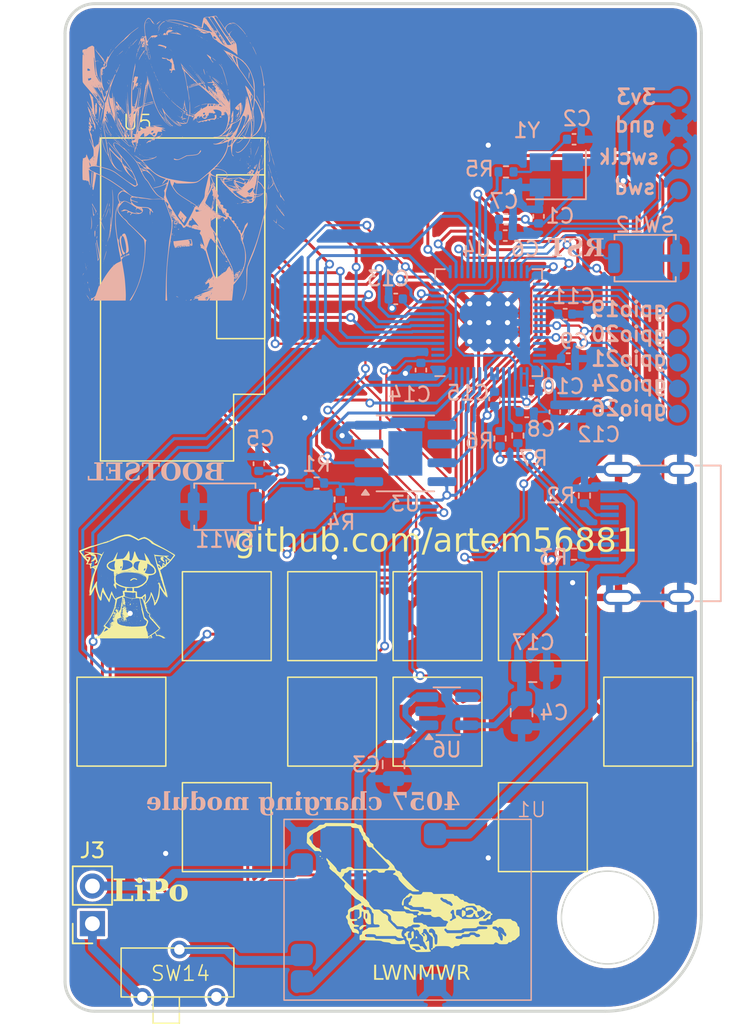
<source format=kicad_pcb>
(kicad_pcb (version 20240108) (generator "pcbnew") (generator_version "8.0")
  (layers (0 "F.Cu" signal) (31 "B.Cu" signal) (34 "B.Paste" user) (35 "F.Paste" user) (36 "B.SilkS" user "B.Silkscreen") (37 "F.SilkS" user "F.Silkscreen") (38 "B.Mask" user) (39 "F.Mask" user) (44 "Edge.Cuts" user))
  (net 0 "")
  (net 1 "VBUS")
  (net 2 "GND")
  (net 3 "/XIN")
  (net 4 "+3V3")
  (net 5 "+1V1")
  (net 6 "/USB_D+")
  (net 7 "/USB_D-")
  (net 8 "/~{USB_BOOT}")
  (net 9 "/GPIO8")
  (net 10 "/GPIO12")
  (net 11 "/GPIO4")
  (net 12 "/GPIO10")
  (net 13 "/GPIO1")
  (net 14 "/GPIO5")
  (net 15 "/GPIO3")
  (net 16 "/GPIO13")
  (net 17 "/GPIO14")
  (net 18 "/GPIO11")
  (net 19 "/GPIO0")
  (net 20 "/GPIO9")
  (net 21 "/GPIO6")
  (net 22 "/GPIO2")
  (net 23 "/GPIO15")
  (net 24 "/GPIO7")
  (net 25 "/GPIO16")
  (net 26 "/GPIO19")
  (net 27 "/SWD")
  (net 28 "/GPIO28_ADC2")
  (net 29 "/GPIO22")
  (net 30 "/GPIO20")
  (net 31 "/GPIO26_ADC0")
  (net 32 "/GPIO27_ADC1")
  (net 33 "/GPIO21")
  (net 34 "/SWCLK")
  (net 35 "/GPIO18")
  (net 36 "/GPIO24")
  (net 37 "/GPIO25")
  (net 38 "/GPIO17")
  (net 39 "/GPIO29_ADC3")
  (net 40 "/GPIO23")
  (net 41 "/RUN")
  (net 42 "/QSPI_SS")
  (net 43 "/XOUT")
  (net 44 "/QSPI_SD0")
  (net 45 "/QSPI_SD1")
  (net 46 "/QSPI_SD2")
  (net 47 "/QSPI_SCLK")
  (net 48 "/QSPI_SD3")
  (net 49 "Net-(C2-Pad1)")
  (net 50 "Net-(U1-out+)")
  (net 52 "Net-(J2-CC2)")
  (net 55 "Net-(J2-CC1)")
  (net 57 "Net-(J3-Pin_2)")
  (net 58 "Net-(J3-Pin_1)")
  (net 59 "Net-(U4-USB_DP)")
  (net 60 "Net-(U4-USB_DM)")
  (net 64 "unconnected-(U6-NC-Pad4)")
  (net 65 "Net-(U1-bat+)")
  (footprint "button:rect_silent_button" (layer "F.Cu") (at 127.331438 84.785408)
    (property "Reference" "SW8" (hide yes))
    (property "Value" "SW_Push" (hide yes))
  )
  (footprint "" (layer "F.Cu") (at 157.8 66)
    (property "Reference" "")
    (property "Value" "")
  )
  (footprint "button:rect_silent_button" (layer "F.Cu") (at 134.451438 91.905408)
    (property "Reference" "SW3" (hide yes))
    (property "Value" "SW_Push" (hide yes))
  )
  (footprint "button:rect_silent_button" (layer "F.Cu") (at 120.211438 91.905408 180)
    (property "Reference" "SW4" (hide yes))
    (property "Value" "SW_Push" (hide yes))
  )
  (footprint "" (layer "F.Cu") (at 157.8 69.425)
    (property "Reference" "")
    (property "Value" "")
  )
  (footprint "ST7735BRBNS:st7735_brbns" (layer "F.Cu") (at 123.8 54.8)
    (property "Reference" "U5")
    (property "Value" "~")
  )
  (footprint "LOGO" (layer "F.Cu") (at 138.812274 103.404307)
    (property "Reference" "G***" (hide yes))
    (property "Value" "LOGO" (hide yes))
  )
  (footprint "" (layer "F.Cu") (at 157.8 71.125)
    (property "Reference" "")
    (property "Value" "")
  )
  (footprint "button:rect_silent_button" (layer "F.Cu") (at 148.691438 99.025408)
    (property "Reference" "SW5" (hide yes))
    (property "Value" "SW_Push" (hide yes))
  )
  (footprint "button:rect_silent_button" (layer "F.Cu") (at 141.571438 91.905408)
    (property "Reference" "SW2" (hide yes))
    (property "Value" "SW_Push" (hide yes))
  )
  (footprint "button:rect_silent_button" (layer "F.Cu") (at 141.571438 84.785408)
    (property "Reference" "SW7" (hide yes))
    (property "Value" "SW_Push" (hide yes))
  )
  (footprint "Connector_PinSocket_2.54mm:PinSocket_1x02_P2.54mm_Vertical" (layer "F.Cu") (at 118.25 105.54 180)
    (property "Reference" "J3")
    (property "Value" "Conn_01x02_Pin")
  )
  (footprint "" (layer "F.Cu") (at 157.9 49.8)
    (property "Reference" "")
    (property "Value" "")
  )
  (footprint "LOGO" (layer "F.Cu") (at 120.6 82.7)
    (property "Reference" "G***" (hide yes))
    (property "Value" "LOGO" (hide yes))
  )
  (footprint "" (layer "F.Cu") (at 157.825 67.675)
    (property "Reference" "")
    (property "Value" "")
  )
  (footprint "button:rect_silent_button" (layer "F.Cu") (at 134.451438 84.785408 180)
    (property "Reference" "SW9" (hide yes))
    (property "Value" "SW_Push" (hide yes))
  )
  (footprint "button:rect_silent_button" (layer "F.Cu") (at 148.691438 84.785408)
    (property "Reference" "SW6" (hide yes))
    (property "Value" "SW_Push" (hide yes))
  )
  (footprint "ST7735BRBNS:mss12d16 3p inline micro switch" (layer "F.Cu") (at 124.127 110.486)
    (property "Reference" "SW14")
    (property "Value" "SW_Push")
  )
  (footprint "button:rect_silent_button" (layer "F.Cu") (at 127.331438 99.025408)
    (property "Reference" "SW10" (hide yes))
    (property "Value" "SW_Push" (hide yes))
  )
  (footprint "button:rect_silent_button" (layer "F.Cu") (at 155.811438 91.905408)
    (property "Reference" "SW1" (hide yes))
    (property "Value" "SW_Push" (hide yes))
  )
  (footprint "Resistor_SMD:R_0402_1005Metric" (layer "B.Cu") (at 151.5 76.65 90)
    (property "Reference" "R2")
    (property "Value" "5.1k")
  )
  (footprint "Capacitor_SMD:C_0805_2012Metric" (layer "B.Cu") (at 138.6 94.8 -90)
    (property "Reference" "C3")
    (property "Value" "10u")
  )
  (footprint "Capacitor_SMD:C_0402_1005Metric" (layer "B.Cu") (at 140.45 68.175 -90)
    (property "Reference" "C14")
    (property "Value" "100n")
  )
  (footprint "ST7735BRBNS:pad" (layer "B.Cu") (at 157.875 56.05 180)
    (property "Reference" "U9" (hide yes))
    (property "Value" "~" (hide yes))
  )
  (footprint "Package_SO:SOIC-8-1EP_3.9x4.9mm_P1.27mm_EP2.29x3mm" (layer "B.Cu") (at 139.4 73.8)
    (property "Reference" "U3")
    (property "Value" "AT25SF081-XMHD-X")
  )
  (footprint "ST7735BRBNS:pad" (layer "B.Cu") (at 157.875 53.85 180)
    (property "Reference" "U8" (hide yes))
    (property "Value" "~" (hide yes))
  )
  (footprint "ST7735BRBNS:pad" (layer "B.Cu") (at 157.875 51.85 180)
    (property "Reference" "U7" (hide yes))
    (property "Value" "~" (hide yes))
  )
  (footprint "Capacitor_SMD:C_0402_1005Metric" (layer "B.Cu") (at 149.5 71 -90)
    (property "Reference" "C10")
    (property "Value" "1u")
  )
  (footprint "Button_Switch_SMD:SW_Push_SPST_NO_Alps_SKRK" (layer "B.Cu") (at 155.6 60.625 180)
    (property "Reference" "SW12")
    (property "Value" "SW_Push")
  )
  (footprint "Resistor_SMD:R_0402_1005Metric" (layer "B.Cu") (at 150.8 80.6)
    (property "Reference" "R3")
    (property "Value" "5.1k")
  )
  (footprint "ST7735BRBNS:4057charging module" (layer "B.Cu") (at 147.9 98.5 180)
    (property "Reference" "U1")
    (property "Value" "~")
  )
  (footprint "Button_Switch_SMD:SW_Push_SPST_NO_Alps_SKRK" (layer "B.Cu") (at 127.2 77.4)
    (property "Reference" "SW11")
    (property "Value" "SW_Push")
  )
  (footprint "Resistor_SMD:R_0402_1005Metric" (layer "B.Cu") (at 146.2 54.8)
    (property "Reference" "R5")
    (property "Value" "1k")
  )
  (footprint "Capacitor_SMD:C_0402_1005Metric" (layer "B.Cu") (at 150.8 52.6)
    (property "Reference" "C2")
    (property "Value" "15p")
  )
  (footprint "Connector_USB:USB_C_Receptacle_G-Switch_GT-USB-7010ASV" (layer "B.Cu") (at 156.925 79.2 -90)
    (property "Reference" "J2" (hide yes))
    (property "Value" "USB_C_Receptacle_USB2.0_16P")
  )
  (footprint "LOGO" (layer "B.Cu") (at 124.400815 53.472057 180)
    (property "Reference" "G***" (hide yes))
    (property "Value" "LOGO" (hide yes))
  )
  (footprint "Capacitor_SMD:C_0402_1005Metric" (layer "B.Cu") (at 129.5 74.5 90)
    (property "Reference" "C5")
    (property "Value" "100n")
  )
  (footprint "Resistor_SMD:R_0402_1005Metric" (layer "B.Cu") (at 135 76.91 90)
    (property "Reference" "R4")
    (property "Value" "DNF")
  )
  (footprint "Capacitor_SMD:C_0805_2012Metric" (layer "B.Cu") (at 147.25 91.3 -90)
    (property "Reference" "C4")
    (property "Value" "10u")
  )
  (footprint "Capacitor_SMD:C_0402_1005Metric" (layer "B.Cu") (at 138.75 63.375 180)
    (property "Reference" "C13")
    (property "Value" "100n")
  )
  (footprint "Capacitor_SMD:C_0805_2012Metric" (layer "B.Cu") (at 148 88.5)
    (property "Reference" "C17")
    (property "Value" "10u")
  )
  (footprint "Package_TO_SOT_SMD:SOT-23-5_HandSoldering" (layer "B.Cu") (at 142.2 91.2)
    (property "Reference" "U6")
    (property "Value" "MCP1802x-xx02xOT")
  )
  (footprint "Capacitor_SMD:C_0402_1005Metric" (layer "B.Cu") (at 147.6 71)
    (property "Reference" "C8")
    (property "Value" "1u")
  )
  (footprint "Capacitor_SMD:C_0402_1005Metric" (layer "B.Cu") (at 146.2 58)
    (property "Reference" "C7")
    (property "Value" "100n")
  )
  (footprint "Crystal:Crystal_SMD_3225-4Pin_3.2x2.5mm" (layer "B.Cu") (at 149.6 55 180)
    (property "Reference" "Y1")
    (property "Value" "ABM8-272-T3")
  )
  (footprint "Resistor_SMD:R_0402_1005Metric" (layer "B.Cu") (at 147 72.6 90)
    (property "Reference" "R7")
    (property "Value" "27")
  )
  (footprint "Capacitor_SMD:C_0402_1005Metric" (layer "B.Cu") (at 148.4 57.8 90)
    (property "Reference" "C1")
    (property "Value" "15p")
  )
  (footprint "Capacitor_SMD:C_0402_1005Metric" (layer "B.Cu") (at 147.92 69.6)
    (property "Reference" "C16" (hide yes))
    (property "Value" "100n")
  )
  (footprint "ST7735BRBNS:pad" (layer "B.Cu") (at 157.825 64.35 180)
    (property "Reference" "U9" (hide yes))
    (property "Value" "~" (hide yes))
  )
  (footprint "Capacitor_SMD:C_0402_1005Metric" (layer "B.Cu") (at 146.15 59.1)
    (property "Reference" "C6")
    (property "Value" "100n")
  )
  (footprint "Capacitor_SMD:C_0402_1005Metric" (layer "B.Cu") (at 150.4 67.4)
    (property "Reference" "C9")
    (property "Value" "100n")
  )
  (footprint "Resistor_SMD:R_0402_1005Metric" (layer "B.Cu") (at 133.4 75.8 180)
    (property "Reference" "R1")
    (property "Value" "1k")
  )
  (footprint "Capacitor_SMD:C_0402_1005Metric" (layer "B.Cu") (at 145.425 70.12 -90)
    (property "Reference" "C15")
    (property "Value" "100n")
  )
  (footprint "RP2040_minimal:RP2040-QFN-56" (layer "B.Cu") (at 145.025 64.975)
    (property "Reference" "U4")
    (property "Value" "RP2040")
  )
  (footprint "Resistor_SMD:R_0402_1005Metric" (layer "B.Cu") (at 145.8 72.8 90)
    (property "Reference" "R6")
    (property "Value" "27")
  )
  (footprint "Capacitor_SMD:C_0402_1005Metric" (layer "B.Cu") (at 150.2 64.4)
    (property "Reference" "C11")
    (property "Value" "100n")
  )
  (footprint "Capacitor_SMD:C_0402_1005Metric" (layer "B.Cu") (at 150.8 71 -90)
    (property "Reference" "C12")
    (property "Value" "100n")
  )
  (gr_curve (pts (xy 116.98579 44.03579) (xy 116.61071 44.41086) (xy 116.4 44.91957) (xy 116.4 45.45)) (stroke (width 0.2)) (layer "Edge.Cuts"))
  (gr_curve (pts (xy 158.81421 44.03579) (xy 158.43914 43.66071) (xy 157.93043 43.45) (xy 157.4 43.45)) (stroke (width 0.2)) (layer "Edge.Cuts"))
  (gr_curve (pts (xy 118.4 43.45) (xy 117.86957 43.45) (xy 117.36086 43.66071) (xy 116.98579 44.03579)) (stroke (width 0.2)) (layer "Edge.Cuts"))
  (gr_line (start 159.4 104.95) (end 159.4 45.45) (stroke (width 0.2)) (layer "Edge.Cuts"))
  (gr_circle (center 153.075 105.125) (end 156.205495 105.125) (stroke (width 0.1)) (fill none) (layer "Edge.Cuts"))
  (gr_curve (pts (xy 116.98579 110.86422) (xy 117.36086 111.23929) (xy 117.86957 111.45) (xy 118.4 111.45)) (stroke (width 0.2)) (layer "Edge.Cuts"))
  (gr_curve (pts (xy 157.4962 109.5462) (xy 158.71518 108.32721) (xy 159.4 106.67391) (xy 159.4 104.95)) (stroke (width 0.2)) (layer "Edge.Cuts"))
  (gr_curve (pts (xy 159.4 45.45) (xy 159.4 44.91957) (xy 159.18929 44.41086) (xy 158.81421 44.03579)) (stroke (width 0.2)) (layer "Edge.Cuts"))
  (gr_curve (pts (xy 152.9 111.45) (xy 154.62391 111.45) (xy 156.27721 110.76518) (xy 157.4962 109.5462)) (stroke (width 0.2)) (layer "Edge.Cuts"))
  (gr_line (start 116.4 45.45) (end 116.4 109.45) (stroke (width 0.2)) (layer "Edge.Cuts"))
  (gr_curve (pts (xy 116.4 109.45) (xy 116.4 109.98043) (xy 116.61071 110.48914) (xy 116.98579 110.86422)) (stroke (width 0.2)) (layer "Edge.Cuts"))
  (gr_line (start 157.4 43.45) (end 118.4 43.45) (stroke (width 0.2)) (layer "Edge.Cuts"))
  (gr_line (start 118.4 111.45) (end 152.9 111.45) (stroke (width 0.2)) (layer "Edge.Cuts"))
  (gr_text "swclk" (at 156.65 54.375 0) (layer "B.SilkS") (effects (font (size 1 1) (thickness 0.1875)) (justify left bottom mirror)))
  (gr_text "3v3" (at 156.45 50.325 0) (layer "B.SilkS") (effects (font (size 1 1) (thickness 0.1875)) (justify left bottom mirror)))
  (gr_text "gpio19" (at 157.175 64.65 0) (layer "B.SilkS") (effects (font (size 1 1) (thickness 0.1875)) (justify left bottom mirror)))
  (gr_text "RST\n" (at 152.875 60.7 0) (layer "B.SilkS") (effects (font (size 1.2 1.2) (thickness 0.3) (bold yes)) (justify left bottom mirror)))
  (gr_text "swd" (at 156.4 56.4 0) (layer "B.SilkS") (effects (font (size 1 1) (thickness 0.1875)) (justify left bottom mirror)))
  (gr_text "gnd" (at 156.4 52.2 0) (layer "B.SilkS") (effects (font (size 1 1) (thickness 0.1875)) (justify left bottom mirror)))
  (gr_text "gpio26" (at 157.175 71.35 0) (layer "B.SilkS") (effects (font (size 1 1) (thickness 0.1875)) (justify left bottom mirror)))
  (gr_text "gpio21" (at 157.175 68 0) (layer "B.SilkS") (effects (font (size 1 1) (thickness 0.1875)) (justify left bottom mirror)))
  (gr_text "gpio24" (at 157.175 69.675 0) (layer "B.SilkS") (effects (font (size 1 1) (thickness 0.1875)) (justify left bottom mirror)))
  (gr_text "BOOTSEL\n" (at 127.2 75.83 -0) (layer "B.SilkS") (effects (font (size 1.2 1.2) (thickness 0.3) (bold yes)) (justify left bottom mirror)))
  (gr_text "gpio20\n" (at 157.175 66.325 0) (layer "B.SilkS") (effects (font (size 1 1) (thickness 0.1875)) (justify left bottom mirror)))
  (gr_text "4057 charging module" (at 143.125 98.075 0) (layer "B.SilkS") (effects (font (size 1.2 1.2) (thickness 0.25) (bold yes)) (justify left bottom mirror)))
  (gr_text "LWNMWR" (at 137.15 109.5 0) (layer "F.SilkS") (effects (font (size 1 1) (thickness 0.15) (italic yes)) (justify left bottom)))
  (gr_text "LiPo" (at 119.58 104.27 0) (layer "F.SilkS") (effects (font (size 1.5 1.5) (thickness 0.3) (bold yes)) (justify left bottom)))
  (gr_text "github.com/artem56881" (at 127.825 80.7 0) (layer "F.SilkS") (effects (font (size 1.6 1.6) (thickness 0.15) (italic yes)) (justify left bottom)))
  (segment (start 154.6 81.02) (end 154.02 81.6) (width 0.6) (layer "B.Cu") (net 1))
  (segment (start 154.6 77.2) (end 154.6 81.02) (width 0.6) (layer "B.Cu") (net 1))
  (segment (start 152.05 81.95) (end 152.4 81.6) (width 0.6) (layer "B.Cu") (net 1))
  (segment (start 154.02 81.6) (end 153.2 81.6) (width 0.6) (layer "B.Cu") (net 1))
  (segment (start 141.4 99.5) (end 143.7 99.5) (width 0.6) (layer "B.Cu") (net 1))
  (segment (start 153.2 76.8) (end 154.2 76.8) (width 0.6) (layer "B.Cu") (net 1))
  (segment (start 143.7 99.5) (end 152.05 91.15) (width 0.6) (layer "B.Cu") (net 1))
  (segment (start 152.05 91.15) (end 152.05 81.95) (width 0.6) (layer "B.Cu") (net 1))
  (segment (start 154.2 76.8) (end 154.6 77.2) (width 0.6) (layer "B.Cu") (net 1))
  (segment (start 152.4 81.6) (end 153.2 81.6) (width 0.6) (layer "B.Cu") (net 1))
  (segment (start 140.825 62.4) (end 139.8 62.4) (width 0.2) (layer "F.Cu") (net 2))
  (segment (start 128.3 64.957684) (end 126.592316 64.957684) (width 0.1524) (layer "F.Cu") (net 2))
  (segment (start 130.6 65.2) (end 131 65.2) (width 0.2) (layer "F.Cu") (net 2))
  (segment (start 126 56.2) (end 126.042307 56.242307) (width 0.2) (layer "F.Cu") (net 2))
  (segment (start 131 56.2) (end 126.6 56.2) (width 0.2) (layer "F.Cu") (net 2))
  (segment (start 130.1 62.580763) (end 131.5 63.980763) (width 0.2) (layer "F.Cu") (net 2))
  (segment (start 143.75 64.975) (end 143.4 64.975) (width 0.2) (layer "F.Cu") (net 2))
  (segment (start 143.4 64.975) (end 140.825 62.4) (width 0.2) (layer "F.Cu") (net 2))
  (segment (start 146.5 84.85) (end 146.5 84.1) (width 0.2) (layer "F.Cu") (net 2))
  (segment (start 128.3 64.957684) (end 130.357684 64.957684) (width 0.2) (layer "F.Cu") (net 2))
  (segment (start 126.592316 64.957684) (end 126.2 65.35) (width 0.1524) (layer "F.Cu") (net 2))
  (segment (start 126.2 65.35) (end 126.2 66.2) (width 0.1524) (layer "F.Cu") (net 2))
  (segment (start 136.5 84.15) (end 136.85 84.15) (width 0.2) (layer "F.Cu") (net 2))
  (segment (start 128.3 56.242307) (end 126.042307 56.242307) (width 0.2) (layer "F.Cu") (net 2))
  (segment (start 122.5 91) (end 123 91) (width 0.2) (layer "F.Cu") (net 2))
  (segment (start 130.957693 56.242307) (end 131 56.2) (width 0.2) (layer "F.Cu") (net 2))
  (segment (start 130.357684 64.957684) (end 130.6 65.2) (width 0.2) (layer "F.Cu") (net 2))
  (segment (start 136.85 84.15) (end 136.864 84.164) (width 0.2) (layer "F.Cu") (net 2))
  (segment (start 128.3 62.580763) (end 130.1 62.580763) (width 0.2) (layer "F.Cu") (net 2))
  (segment (start 128.3 56.242307) (end 130.957693 56.242307) (width 0.2) (layer "F.Cu") (net 2))
  (via (at 146.625 56.125) (size 0.6) (drill 0.35) (layers "F.Cu" "B.Cu") (net 2))
  (via (at 154 71.48) (size 0.6) (drill 0.35) (layers "F.Cu" "B.Cu") (net 2))
  (via (at 139.4 68.4) (size 0.6) (drill 0.35) (layers "F.Cu" "B.Cu") (net 2))
  (via (at 150.7 82.525) (size 0.6) (drill 0.35) (layers "F.Cu" "B.Cu") (net 2))
  (via (at 152.1 64.55) (size 0.6) (drill 0.35) (layers "F.Cu" "B.Cu") (net 2))
  (via (at 134.6 80.8) (size 0.6) (drill 0.35) (layers "F.Cu" "B.Cu") (net 2))
  (via (at 135.125 72.6) (size 0.6) (drill 0.35) (layers "F.Cu" "B.Cu") (net 2))
  (via (at 138.5 64) (size 0.6) (drill 0.35) (layers "F.Cu" "B.Cu") (net 2))
  (via (at 123.2 100.8) (size 0.6) (drill 0.35) (layers "F.Cu" "B.Cu") (net 2))
  (via (at 145 53) (size 0.6) (drill 0.35) (layers "F.Cu" "B.Cu") (net 2))
  (via (at 145 101.1) (size 0.6) (drill 0.35) (layers "F.Cu" "B.Cu") (net 2))
  (via (at 120.8 84.6) (size 0.6) (drill 0.35) (layers "F.Cu" "B.Cu") (net 2))
  (via (at 132.6 71.4) (size 0.6) (drill 0.35) (layers "F.Cu" "B.Cu") (net 2))
  (segment (start 147.45 62.554614) (end 148.104614 61.9) (width 0.1524) (layer "B.Cu") (net 2))
  (segment (start 149.05 71) (end 149.5 71.45) (width 0.1524) (layer "B.Cu") (net 2))
  (segment (start 146.3 66.25) (end 148.425 68.375) (width 0.1524) (layer "B.Cu") (net 2))
  (segment (start 146.3 66.25) (end 146.275 66.25) (width 0.1524) (layer "B.Cu") (net 2))
  (segment (start 135.125 72.6) (end 135.83 71.895) (width 0.2) (layer "B.Cu") (net 2))
  (segment (start 148.425 70.375) (end 149.05 71) (width 0.1524) (layer "B.Cu") (net 2))
  (segment (start 144.04 61.5225) (end 144.025 61.5375) (width 0.2) (layer "B.Cu") (net 2))
  (segment (start 143.75 63.7) (end 144.025 63.425) (width 0.2) (layer "B.Cu") (net 2))
  (segment (start 147.45 63.55) (end 147.45 62.554614) (width 0.1524) (layer "B.Cu") (net 2))
  (segment (start 148.425 68.375) (end 148.425 70.375) (width 0.1524) (layer "B.Cu") (net 2))
  (segment (start 138.5 64) (end 138.295 63.795) (width 0.1524) (layer "B.Cu") (net 2))
  (segment (start 144.04 57.6) (end 144.04 61.5225) (width 0.2) (layer "B.Cu") (net 2))
  (segment (start 121.256 98.762) (end 121.256 98.856) (width 0.2) (layer "B.Cu") (net 2))
  (segment (start 148.104614 61.9) (end 148.425 61.9) (width 0.1524) (layer "B.Cu") (net 2))
  (segment (start 149.5 71.45) (end 149.5 71.48) (width 0.1524) (layer "B.Cu") (net 2))
  (segment (start 147.25 92.25) (end 147.75 92.25) (width 0.6) (layer "B.Cu") (net 2))
  (segment (start 149.05 71) (end 148.08 71) (width 0.1524) (layer "B.Cu") (net 2))
  (segment (start 138.295 63.795) (end 138.295 63.575) (width 0.1524) (layer "B.Cu") (net 2))
  (segment (start 135.83 71.895) (end 136.925 71.895) (width 0.2) (layer "B.Cu") (net 2))
  (segment (start 149.475 71.48) (end 149.475 71.425) (width 0.1524) (layer "B.Cu") (net 2))
  (segment (start 144.3 56.3) (end 146 58) (width 0.2) (layer "F.Cu") (net 3))
  (segment (start 146 58) (end 147.5 58) (width 0.2) (layer "F.Cu") (net 3))
  (via (at 144.3 56.3) (size 0.6) (drill 0.35) (layers "F.Cu" "B.Cu") (net 3))
  (via (at 147.5 58) (size 0.6) (drill 0.35) (layers "F.Cu" "B.Cu") (net 3))
  (segment (start 150.7 56.3) (end 150.7 55.85) (width 0.2) (layer "B.Cu") (net 3))
  (segment (start 148.72 58.28) (end 150.7 56.3) (width 0.2) (layer "B.Cu") (net 3))
  (segment (start 147.5 58) (end 147.78 58.28) (width 0.2) (layer "B.Cu") (net 3))
  (segment (start 144.3 56.3) (end 144.425 56.425) (width 0.2) (layer "B.Cu") (net 3))
  (segment (start 144.425 56.425) (end 144.425 61.5375) (width 0.2) (layer "B.Cu") (net 3))
  (segment (start 147.78 58.28) (end 148.72 58.28) (width 0.2) (layer "B.Cu") (net 3))
  (segment (start 138.11765 68.34265) (end 137.975 68.2) (width 0.1524) (layer "F.Cu") (net 4))
  (segment (start 142.2 76.625) (end 142.2 75.425) (width 0.1524) (layer "F.Cu") (net 4))
  (segment (start 131.4 80.6) (end 129.8 79) (width 0.2) (layer "F.Cu") (net 4))
  (segment (start 129.8 76.2) (end 131 75) (width 0.2) (layer "F.Cu") (net 4))
  (segment (start 125.6 59.75) (end 125.6 69.6) (width 0.2) (layer "F.Cu") (net 4))
  (segment (start 142.2 75.425) (end 138.11765 71.34265) (width 0.1524) (layer "F.Cu") (net 4))
  (segment (start 153.05 70.425) (end 153.575 70.425) (width 0.6) (layer "F.Cu") (net 4))
  (segment (start 155 56.275) (end 154.125 55.4) (width 0.6) (layer "F.Cu") (net 4))
  (segment (start 129.8 79) (end 129.8 76.2) (width 0.2) (layer "F.Cu") (net 4))
  (segment (start 128.3 58.619228) (end 126.730772 58.619228) (width 0.2) (layer "F.Cu") (net 4))
  (segment (start 144.92756 71.233686) (end 145.840555 70.320691) (width 0.1524) (layer "F.Cu") (net 4))
  (segment (start 155 69) (end 155 56.275) (width 0.6) (layer "F.Cu") (net 4))
  (segment (start 153 70.475) (end 153.05 70.425) (width 0.6) (layer "F.Cu") (net 4))
  (segment (start 138.11765 71.34265) (end 138.11765 68.34265) (width 0.1524) (layer "F.Cu") (net 4))
  (segment (start 147.939079 70.320691) (end 147.640332 70.320691) (width 0.1524) (layer "F.Cu") (net 4))
  (segment (start 153.575 70.425) (end 155 69) (width 0.6) (layer "F.Cu") (net 4))
  (segment (start 149.275 77.3) (end 153 73.575) (width 0.6) (layer "F.Cu") (net 4))
  (segment (start 126.730772 58.619228) (end 125.6 59.75) (width 0.2) (layer "F.Cu") (net 4))
  (segment (start 128.3 57.826921) (end 128.3 58.619228) (width 0.2) (layer "F.Cu") (net 4))
  (segment (start 125.6 69.6) (end 131 75) (width 0.2) (layer "F.Cu") (net 4))
  (segment (start 153 73.575) (end 153 70.475) (width 0.6) (layer "F.Cu") (net 4))
  (segment (start 149.078068 69.181702) (end 147.939079 70.320691) (width 0.1524) (layer "F.Cu") (net 4))
  (segment (start 145.840555 70.320691) (end 147.640332 70.320691) (width 0.1524) (layer "F.Cu") (net 4))
  (segment (start 149.275 80.975) (end 149.275 77.3) (width 0.6) (layer "F.Cu") (net 4))
  (via (at 144.92756 71.233686) (size 0.6) (drill 0.35) (layers "F.Cu" "B.Cu") (net 4))
  (via (at 142.2 76.625) (size 0.6) (drill 0.35) (layers "F.Cu" "B.Cu") (net 4))
  (via (at 154.125 55.4) (size 0.6) (drill 0.35) (layers "F.Cu" "B.Cu") (net 4))
  (via (at 147.585714 70.335161) (size 0.6) (drill 0.35) (layers "F.Cu" "B.Cu") (net 4))
  (via (at 131.4 80.6) (size 0.6) (drill 0.35) (layers "F.Cu" "B.Cu") (net 4))
  (via (at 149.275 80.975) (size 0.6) (drill 0.35) (layers "F.Cu" "B.Cu") (net 4))
  (via (at 131 75) (size 0.6) (drill 0.35) (layers "F.Cu" "B.Cu") (net 4))
  (via (at 153.05 70.425) (size 0.6) (drill 0.35) (layers "F.Cu" "B.Cu") (net 4))
  (via (at 137.975 68.2) (size 0.6) (drill 0.35) (layers "F.Cu" "B.Cu") (net 4))
  (via (at 149.078068 69.181702) (size 0.6) (drill 0.35) (layers "F.Cu" "B.Cu") (net 4))
  (segment (start 149.5 70.52) (end 149.5 69.603634) (width 0.2) (layer "B.Cu") (net 4))
  (segment (start 149.078068 68.190568) (end 148.4625 67.575) (width 0.2) (layer "B.Cu") (net 4))
  (segment (start 144.8626 70.2024) (end 145.425 69.64) (width 0.2) (layer "B.Cu") (net 4))
  (segment (start 144.92756 70.971378) (end 144.8626 70.906418) (width 0.2) (layer "B.Cu") (net 4))
  (segment (start 133.4 79.2) (end 132.8 79.2) (width 0.2) (layer "B.Cu") (net 4))
  (segment (start 142.2 76.625) (end 142.2 76.03) (width 0.2) (layer "B.Cu") (net 4))
  (segment (start 147.25 90.35) (end 147.25 88.7) (width 0.6) (layer "B.Cu") (net 4))
  (segment (start 144.612124 71.549122) (end 144.612124 74.787876) (width 0.2) (layer "B.Cu") (net 4))
  (segment (start 144.8626 70.906418) (end 144.8626 70.2024) (width 0.2) (layer "B.Cu") (net 4))
  (segment (start 149.275 84.725) (end 147.05 86.95) (width 0.6) (layer "B.Cu") (net 4))
  (segment (start 150.425 65.105) (end 149.72 64.4) (width 0.2) (layer "B.Cu") (net 4))
  (segment (start 145.4 68.5875) (end 145.225 68.4125) (width 0.2) (layer "B.Cu") (net 4))
  (segment (start 144.612124 74.787876) (end 142.775 76.625) (width 0.2) (layer "B.Cu") (net 4))
  (segment (start 149.295 63.975) (end 149.72 64.4) (width 0.2) (layer "B.Cu") (net 4))
  (segment (start 145.225 61.970386) (end 145.225 61.5375) (width 0.1524) (layer "B.Cu") (net 4))
  (segment (start 148.4625 63.975) (end 149.295 63.975) (width 0.2) (layer "B.Cu") (net 4))
  (segment (start 139.655 63.975) (end 141.5875 63.975) (width 0.1524) (layer "B.Cu") (net 4))
  (segment (start 149.92 67.4) (end 149.92 67.08) (width 0.2) (layer "B.Cu") (net 4))
  (segment (start 154.1 51.575) (end 155.875 49.8) (width 0.6) (layer "B.Cu") (net 4))
  (segment (start 142.075 67.575) (end 142.475 67.175) (width 0.1524) (layer "B.Cu") (net 4))
  (segment (start 142.2 76.625) (end 141.87 76.955) (width 0.2) (layer "B.Cu") (net 4))
  (segment (start 149.92 67.08) (end 150.425 66.575) (width 0.2) (layer "B.Cu") (net 4))
  (segment (start 147.225 69.974447) (end 147.225 68.4125) (width 0.1524) (layer "B.Cu") (net 4))
  (segment (start 145.425 69.64) (end 145.4 69.615) (width 0.2) (layer "B.Cu") (net 4))
  (segment (start 142.2536 63.1214) (end 142.95 62.425) (width 0.1524) (layer "B.Cu") (net 4))
  (segment (start 144.92756 71.233686) (end 144.612124 71.549122) (width 0.2) (layer "B.Cu") (net 4))
  (segment (start 142.475 67.175) (end 142.475 64.425) (width 0.1524) (layer "B.Cu") (net 4))
  (segment (start 155.875 49.8) (end 157.875 49.8) (width 0.6) (layer "B.Cu") (net 4))
  (segment (start 137.89 77.51) (end 135.09 77.51) (width 0.2) (layer "B.Cu") (net 4))
  (segment (start 129.5 74.98) (end 130.98 74.98) (width 0.2) (layer "B.Cu") (net 4))
  (segment (start 137.975 68.2) (end 138.8 68.2) (width 0.1524) (layer "B.Cu") (net 4))
  (segment (start 147.585714 70.335161) (end 147.225 69.974447) (width 0.1524) (layer "B.Cu") (net 4))
  (segment (start 147.625 68.4125) (end 147.225 68.4125) (width 0.1524) (layer "B.Cu") (net 4))
  (segment (start 142.025 63.975) (end 141.5875 63.975) (width 0.1524) (layer "B.Cu") (net 4))
  (segment (start 145.4 68.6375) (end 145.625 68.4125) (width 0.2) (layer "B.Cu") (net 4))
  (segment (start 143.55 92.15) (end 145.45 92.15) (width 0.4) (layer "B.Cu") (net 4))
  (segment (start 147.625 69.415) (end 147.44 69.6) (width 0.1524) (layer "B.Cu") (net 4))
  (segment (start 145.4 69) (end 145.4 68.5875) (width 0.2) (layer "B.Cu") (net 4))
  (segment (start 138.8 68.2) (end 139.425 67.575) (width 0.1524) (layer "B.Cu") (net 4))
  (segment (start 145.4 69) (end 145.4 68.6375) (width 0.2) (layer "B.Cu") (net 4))
  (segment (start 149.078068 69.181702) (end 149.078068 68.190568) (width 0.2) (layer "B.Cu") (net 4))
  (segment (start 139.255 63.575) (end 139.655 63.975) (width 0.1524) (layer "B.Cu") (net 4))
  (segment (start 154.1 55.375) (end 154.1 51.575) (width 0.6) (layer "B.Cu") (net 4))
  (segment (start 142.2 76.03) (end 141.875 75.705) (width 0.2) (layer "B.Cu") (net 4))
  (segment (start 144.92756 71.233686) (end 144.92756 70.971378) (width 0.2) (layer "B.Cu") (net 4))
  (segment (start 142.2536 63.7464) (end 142.2536 63.1214) (width 0.1524) (layer "B.Cu") (net 4))
  (segment (start 149.92 67.4) (end 149.745 67.575) (width 0.2) (layer "B.Cu") (net 4))
  (segment (start 141.87 76.955) (end 138.445 76.955) (width 0.2) (layer "B.Cu") (net 4))
  (segment (start 130.98 74.98) (end 131 75) (width 0.2) (layer "B.Cu") (net 4))
  (segment (start 141.5875 67.575) (end 142.075 67.575) (width 0.1524) (layer "B.Cu") (net 4))
  (segment (start 139.425 67.575) (end 141.5875 67.575) (width 0.1524) (layer "B.Cu") (net 4))
  (segment (start 145.4 69.615) (end 145.4 69) (width 0.2) (layer "B.Cu") (net 4))
  (segment (start 154.125 55.4) (end 154.1 55.375) (width 0.6) (layer "B.Cu") (net 4))
  (segment (start 142.475 64.425) (end 142.025 63.975) (width 0.1524) (layer "B.Cu") (net 4))
  (segment (start 144.770386 62.425) (end 145.225 61.970386) (width 0.1524) (layer "B.Cu") (net 4))
  (segment (start 142.025 63.975) (end 142.2536 63.7464) (width 0.1524) (layer "B.Cu") (net 4))
  (segment (start 147.25 88.7) (end 147.05 88.5) (width 0.6) (layer "B.Cu") (net 4))
  (segment (start 147.05 86.95) (end 147.05 88.5) (width 0.6) (layer "B.Cu") (net 4))
  (segment (start 135.09 77.51) (end 133.4 79.2) (width 0.2) (layer "B.Cu") (net 4))
  (segment (start 147.585714 69.745714) (end 147.44 69.6) (width 0.1524) (layer "B.Cu") (net 4))
  (segment (start 142.775 76.625) (end 142.2 76.625) (width 0.2) (layer "B.Cu") (net 4))
  (segment (start 147.585714 70.335161) (end 147.585714 69.745714) (width 0.1524) (layer "B.Cu") (net 4))
  (segment (start 149.5 69.603634) (end 149.078068 69.181702) (width 0.2) (layer "B.Cu") (net 4))
  (segment (start 145.45 92.15) (end 147.25 90.35) (width 0.4) (layer "B.Cu") (net 4))
  (segment (start 147.625 68.4125) (end 147.625 69.415) (width 0.1524) (layer "B.Cu") (net 4))
  (segment (start 149.275 80.975) (end 149.275 84.725) (width 0.6) (layer "B.Cu") (net 4))
  (segment (start 152.955 70.52) (end 149.5 70.52) (width 0.6) (layer "B.Cu") (net 4))
  (segment (start 153.05 70.425) (end 152.955 70.52) (width 0.6) (layer "B.Cu") (net 4))
  (segment (start 142.95 62.425) (end 144.770386 62.425) (width 0.1524) (layer "B.Cu") (net 4))
  (segment (start 132.8 79.2) (end 131.4 80.6) (width 0.2) (layer "B.Cu") (net 4))
  (segment (start 138.445 76.955) (end 137.89 77.51) (width 0.2) (layer "B.Cu") (net 4))
  (segment (start 150.425 66.575) (end 150.425 65.105) (width 0.2) (layer "B.Cu") (net 4))
  (segment (start 149.745 67.575) (end 148.4625 67.575) (width 0.2) (layer "B.Cu") (net 4))
  (segment (start 146.8 70.68) (end 146.8 68.4375) (width 0.1524) (layer "B.Cu") (net 5))
  (segment (start 146.4 67.2) (end 146.825 67.625) (width 0.1524) (layer "B.Cu") (net 5))
  (segment (start 142.8 63.175) (end 143.15 62.825) (width 0.1524) (layer "B.Cu") (net 5))
  (segment (start 144.825 67.975) (end 145.6 67.2) (width 0.1524) (layer "B.Cu") (net 5))
  (segment (start 146.8 68.4375) (end 146.825 68.4125) (width 0.1524) (layer "B.Cu") (net 5))
  (segment (start 145.625 58.095) (end 145.72 58) (width 0.2) (layer "B.Cu") (net 5))
  (segment (start 147.12 71) (end 146.8 70.68) (width 0.1524) (layer "B.Cu") (net 5))
  (segment (start 145.6 67.2) (end 143.375 67.2) (width 0.1524) (layer "B.Cu") (net 5))
  (segment (start 143.375 67.2) (end 142.8 66.625) (width 0.1524) (layer "B.Cu") (net 5))
  (segment (start 145.075 62.825) (end 145.625 62.275) (width 0.1524) (layer "B.Cu") (net 5))
  (segment (start 143.15 62.825) (end 145.075 62.825) (width 0.1524) (layer "B.Cu") (net 5))
  (segment (start 145.6 67.2) (end 146.4 67.2) (width 0.1524) (layer "B.Cu") (net 5))
  (segment (start 145.625 61.5375) (end 145.625 61.025) (width 0.2) (layer "B.Cu") (net 5))
  (segment (start 144.825 68.4125) (end 144.825 67.975) (width 0.1524) (layer "B.Cu") (net 5))
  (segment (start 145.625 61.025) (end 145.625 58.095) (width 0.2) (layer "B.Cu") (net 5))
  (segment (start 146.825 67.625) (end 146.825 68.4125) (width 0.1524) (layer "B.Cu") (net 5))
  (segment (start 145.625 62.275) (end 145.625 61.5375) (width 0.1524) (layer "B.Cu") (net 5))
  (segment (start 142.8 66.625) (end 142.8 63.175) (width 0.1524) (layer "B.Cu") (net 5))
  (segment (start 146 74) (end 147.8 74) (width 0.2) (layer "F.Cu") (net 6))
  (segment (start 145.8 74.2) (end 146 74) (width 0.2) (layer "F.Cu") (net 6))
  (via (at 145.8 74.2) (size 0.6) (drill 0.35) (layers "F.Cu" "B.Cu") (net 6))
  (via (at 147.8 74) (size 0.6) (drill 0.35) (layers "F.Cu" "B.Cu") (net 6))
  (segment (start 151.575179 78.95) (end 149.4024 76.777221) (width 0.2) (layer "B.Cu") (net 6))
  (segment (start 149.4024 76.777221) (end 149.4024 76.014032) (width 0.2) (layer "B.Cu") (net 6))
  (segment (start 147.8 74.411632) (end 147.8 74) (width 0.2) (layer "B.Cu") (net 6))
  (segment (start 153.2 78.95) (end 151.575179 78.95) (width 0.2) (layer "B.Cu") (net 6))
  (segment (start 145.8 74.2) (end 145.8 73.31) (width 0.2) (layer "B.Cu") (net 6))
  (segment (start 149.4024 76.014032) (end 147.8 74.411632) (width 0.2) (layer "B.Cu") (net 6))
  (segment (start 149.05 76.923189) (end 149.05 76.16) (width 0.2) (layer "B.Cu") (net 7))
  (segment (start 149.05 76.16) (end 147 74.11) (width 0.2) (layer "B.Cu") (net 7))
  (segment (start 152.076811 79.95) (end 149.05 76.923189) (width 0.2) (layer "B.Cu") (net 7))
  (segment (start 147 74.11) (end 147 73.11) (width 0.2) (layer "B.Cu") (net 7))
  (segment (start 153.2 79.95) (end 152.076811 79.95) (width 0.2) (layer "B.Cu") (net 7))
  (segment (start 130.9 75.8) (end 132.89 75.8) (width 0.1524) (layer "B.Cu") (net 8))
  (segment (start 129.3 77.4) (end 130.9 75.8) (width 0.1524) (layer "B.Cu") (net 8))
  (segment (start 143.437527 64.262527) (end 144.062527 64.262527) (width 0.2) (layer "F.Cu") (net 9))
  (segment (start 141.075 61.9) (end 143.437527 64.262527) (width 0.2) (layer "F.Cu") (net 9))
  (segment (start 121.25 81.675) (end 118.925 84) (width 0.2) (layer "F.Cu") (net 9))
  (segment (start 144.350745 64.550745) (end 144.350745 68.700887) (width 0.2) (layer "F.Cu") (net 9))
  (segment (start 144.062527 64.262527) (end 144.350745 64.550745) (width 0.2) (layer "F.Cu") (net 9))
  (segment (start 139.180332 61.9) (end 141.075 61.9) (width 0.2) (layer "F.Cu") (net 9))
  (segment (start 139.125 81.675) (end 121.25 81.675) (width 0.2) (layer "F.Cu") (net 9))
  (segment (start 142.8226 70.229031) (end 142.8226 77.9774) (width 0.2) (layer "F.Cu") (net 9))
  (segment (start 139.05 62.030332) (end 139.180332 61.9) (width 0.2) (layer "F.Cu") (net 9))
  (segment (start 143.029031 70.0226) (end 142.8226 70.229031) (width 0.2) (layer "F.Cu") (net 9))
  (segment (start 144.350745 68.700887) (end 143.029032 70.0226) (width 0.2) (layer "F.Cu") (net 9))
  (segment (start 143.029032 70.0226) (end 143.029031 70.0226) (width 0.2) (layer "F.Cu") (net 9))
  (segment (start 158.311438 94.263562) (end 158.311438 91.905408) (width 0.2) (layer "F.Cu") (net 9))
  (segment (start 118.925 99.95) (end 123.125 104.15) (width 0.2) (layer "F.Cu") (net 9))
  (segment (start 142.8226 77.9774) (end 139.125 81.675) (width 0.2) (layer "F.Cu") (net 9))
  (segment (start 130.05 102.25) (end 150.325 102.25) (width 0.2) (layer "F.Cu") (net 9))
  (segment (start 118.925 84) (end 118.925 99.95) (width 0.2) (layer "F.Cu") (net 9))
  (segment (start 123.125 104.15) (end 128.15 104.15) (width 0.2) (layer "F.Cu") (net 9))
  (segment (start 150.325 102.25) (end 158.311438 94.263562) (width 0.2) (layer "F.Cu") (net 9))
  (segment (start 128.15 104.15) (end 130.05 102.25) (width 0.2) (layer "F.Cu") (net 9))
  (via (at 139.05 62.030332) (size 0.6) (drill 0.35) (layers "F.Cu" "B.Cu") (net 9))
  (segment (start 139.775 63.116673) (end 140.233327 63.575) (width 0.2) (layer "B.Cu") (net 9))
  (segment (start 139.05 62.05) (end 139.775 62.775) (width 0.2) (layer "B.Cu") (net 9))
  (segment (start 139.775 62.775) (end 139.775 63.116673) (width 0.2) (layer "B.Cu") (net 9))
  (segment (start 139.05 62.030332) (end 139.05 62.05) (width 0.2) (layer "B.Cu") (net 9))
  (segment (start 140.233327 63.575) (end 141.5875 63.575) (width 0.2) (layer "B.Cu") (net 9))
  (segment (start 156.8 91) (end 151.191438 96.608562) (width 0.2) (layer "F.Cu") (net 10))
  (segment (start 140.91875 60.03125) (end 140.91875 58.18125) (width 0.2) (layer "F.Cu") (net 10))
  (segment (start 145.4 53.7) (end 155.075 53.7) (width 0.2) (layer "F.Cu") (net 10))
  (segment (start 156.8 55.425) (end 156.8 91) (width 0.2) (layer "F.Cu") (net 10))
  (segment (start 140.91875 58.18125) (end 145.4 53.7) (width 0.2) (layer "F.Cu") (net 10))
  (segment (start 151.191438 96.608562) (end 151.191438 99.025408) (width 0.2) (layer "F.Cu") (net 10))
  (segment (start 155.075 53.7) (end 156.8 55.425) (width 0.2) (layer "F.Cu") (net 10))
  (via (at 140.91875 60.03125) (size 0.6) (drill 0.35) (layers "F.Cu" "B.Cu") (net 10))
  (segment (start 140.91875 60.03125) (end 142.425 61.5375) (width 0.2) (layer "B.Cu") (net 10))
  (segment (start 135.7 64.625) (end 130.870797 64.625) (width 0.2) (layer "F.Cu") (net 11))
  (segment (start 130.870797 64.625) (end 129.618867 63.37307) (width 0.2) (layer "F.Cu") (net 11))
  (segment (start 129.618867 63.37307) (end 128.3 63.37307) (width 0.2) (layer "F.Cu") (net 11))
  (via (at 135.7 64.625) (size 0.6) (drill 0.35) (layers "F.Cu" "B.Cu") (net 11))
  (segment (start 139.852493 65.6096) (end 139.887093 65.575) (width 0.2) (layer "B.Cu") (net 11))
  (segment (start 139.887093 65.575) (end 141.5875 65.575) (width 0.2) (layer "B.Cu") (net 11))
  (segment (start 136.6846 65.6096) (end 139.852493 65.6096) (width 0.2) (layer "B.Cu") (net 11))
  (segment (start 135.7 64.625) (end 136.6846 65.6096) (width 0.2) (layer "B.Cu") (net 11))
  (segment (start 139.4 61.2) (end 136.8 58.6) (width 0.1524) (layer "F.Cu") (net 12))
  (segment (start 136.8 58.6) (end 136.8 58.4) (width 0.1524) (layer "F.Cu") (net 12))
  (segment (start 136.5 91.45397) (end 136.5 88.3) (width 0.2) (layer "F.Cu") (net 12))
  (segment (start 137.7 73.325) (end 137.7 70.2) (width 0.1524) (layer "F.Cu") (net 12))
  (segment (start 137.7 70.2) (end 133.9 66.4) (width 0.1524) (layer "F.Cu") (net 12))
  (segment (start 142 77.625) (end 137.7 73.325) (width 0.1524) (layer "F.Cu") (net 12))
  (segment (start 136.951438 91.905408) (end 136.5 91.45397) (width 0.2) (layer "F.Cu") (net 12))
  (segment (start 136.5 88.3) (end 138 86.8) (width 0.2) (layer "F.Cu") (net 12))
  (segment (start 142 77.8) (end 142 77.625) (width 0.1524) (layer "F.Cu") (net 12))
  (segment (start 133.9 66.4) (end 130.6 66.4) (width 0.1524) (layer "F.Cu") (net 12))
  (via (at 136.8 58.4) (size 0.6) (drill 0.35) (layers "F.Cu" "B.Cu") (net 12))
  (via (at 130.6 66.4) (size 0.6) (drill 0.35) (layers "F.Cu" "B.Cu") (net 12))
  (via (at 139.4 61.2) (size 0.6) (drill 0.35) (layers "F.Cu" "B.Cu") (net 12))
  (via (at 142 77.8) (size 0.6) (drill 0.35) (layers "F.Cu" "B.Cu") (net 12))
  (via (at 138 86.8) (size 0.6) (drill 0.35) (layers "F.Cu" "B.Cu") (net 12))
  (segment (start 142 77.8) (end 140.6 77.8) (width 0.1524) (layer "B.Cu") (net 12))
  (segment (start 141.1 62.775) (end 139.525 61.2) (width 0.1524) (layer "B.Cu") (net 12))
  (segment (start 141.5875 62.775) (end 141.1 62.775) (width 0.1524) (layer "B.Cu") (net 12))
  (segment (start 130.6 66.4) (end 130.6 61.8) (width 0.1524) (layer "B.Cu") (net 12))
  (segment (start 130.6 61.8) (end 134 58.4) (width 0.1524) (layer "B.Cu") (net 12))
  (segment (start 139.525 61.2) (end 139.4 61.2) (width 0.1524) (layer "B.Cu") (net 12))
  (segment (start 140.6 77.8) (end 138 80.4) (width 0.1524) (layer "B.Cu") (net 12))
  (segment (start 134 58.4) (end 136.8 58.4) (width 0.1524) (layer "B.Cu") (net 12))
  (segment (start 138 80.4) (end 138 86.8) (width 0.1524) (layer "B.Cu") (net 12))
  (segment (start 136.075 61.225) (end 136.075 60.075) (width 0.2) (layer "F.Cu") (net 14))
  (segment (start 133.992307 57.992307) (end 130.992307 57.992307) (width 0.2) (layer "F.Cu") (net 14))
  (segment (start 130.034614 57.034614) (end 128.3 57.034614) (width 0.2) (layer "F.Cu") (net 14))
  (segment (start 136.075 60.075) (end 133.992307 57.992307) (width 0.2) (layer "F.Cu") (net 14))
  (segment (start 130.992307 57.992307) (end 130.034614 57.034614) (width 0.2) (layer "F.Cu") (net 14))
  (via (at 136.075 61.225) (size 0.6) (drill 0.35) (layers "F.Cu" "B.Cu") (net 14))
  (segment (start 136.075 61.225) (end 136.075 63.917284) (width 0.2) (layer "B.Cu") (net 14))
  (segment (start 139.788724 65.175) (end 141.5875 65.175) (width 0.2) (layer "B.Cu") (net 14))
  (segment (start 137.414916 65.2572) (end 139.706524 65.2572) (width 0.2) (layer "B.Cu") (net 14))
  (segment (start 139.706524 65.2572) (end 139.788724 65.175) (width 0.2) (layer "B.Cu") (net 14))
  (segment (start 136.075 63.917284) (end 137.414916 65.2572) (width 0.2) (layer "B.Cu") (net 14))
  (segment (start 130.603842 60.203842) (end 132.003842 61.603842) (width 0.2) (layer "F.Cu") (net 15))
  (segment (start 134.896158 61.603842) (end 135 61.5) (width 0.2) (layer "F.Cu") (net 15))
  (segment (start 132.003842 61.603842) (end 134.896158 61.603842) (width 0.2) (layer "F.Cu") (net 15))
  (segment (start 128.3 60.203842) (end 130.603842 60.203842) (width 0.2) (layer "F.Cu") (net 15))
  (via (at 135 61.5) (size 0.6) (drill 0.35) (layers "F.Cu" "B.Cu") (net 15))
  (segment (start 135 61.5) (end 135 65.505026) (width 0.2) (layer "B.Cu") (net 15))
  (segment (start 135 65.505026) (end 135.469974 65.975) (width 0.2) (layer "B.Cu") (net 15))
  (segment (start 135.469974 65.975) (end 141.5875 65.975) (width 0.2) (layer "B.Cu") (net 15))
  (segment (start 145.272182 60.05) (end 146.722792 60.05) (width 0.2) (layer "F.Cu") (net 16))
  (segment (start 150.678812 61.5274) (end 150.420968 61.5274) (width 0.2) (layer "F.Cu") (net 16))
  (segment (start 146.722792 60.05) (end 147.272792 59.5) (width 0.2) (layer "F.Cu") (net 16))
  (segment (start 151.05 59.45) (end 151.05 61.156212) (width 0.2) (layer "F.Cu") (net 16))
  (segment (start 143.8798 70.666936) (end 143.8798 78.5048) (width 0.2) (layer "F.Cu") (net 16))
  (segment (start 144.022182 58.8) (end 145.272182 60.05) (width 0.2) (layer "F.Cu") (net 16))
  (segment (start 151.05 61.156212) (end 150.678812 61.5274) (width 0.2) (layer "F.Cu") (net 16))
  (segment (start 147.272792 59.5) (end 149.768788 59.5) (width 0.2) (layer "F.Cu") (net 16))
  (segment (start 150.420968 61.5274) (end 148.5798 63.368568) (width 0.2) (layer "F.Cu") (net 16))
  (segment (start 149.768788 59.5) (end 150.096188 59.1726) (width 0.2) (layer "F.Cu") (net 16))
  (segment (start 150.096188 59.1726) (end 150.7726 59.1726) (width 0.2) (layer "F.Cu") (net 16))
  (segment (start 148.5798 63.368568) (end 148.5798 65.966936) (width 0.2) (layer "F.Cu") (net 16))
  (segment (start 150.160408 84.785408) (end 151.191438 84.785408) (width 0.2) (layer "F.Cu") (net 16))
  (segment (start 148.5798 65.966936) (end 143.8798 70.666936) (width 0.2) (layer "F.Cu") (net 16))
  (segment (start 142.477819 58.8) (end 144.022182 58.8) (width 0.2) (layer "F.Cu") (net 16))
  (segment (start 143.8798 78.5048) (end 150.160408 84.785408) (width 0.2) (layer "F.Cu") (net 16))
  (segment (start 141.613911 59.663908) (end 142.477819 58.8) (width 0.2) (layer "F.Cu") (net 16))
  (segment (start 150.7726 59.1726) (end 151.05 59.45) (width 0.2) (layer "F.Cu") (net 16))
  (via (at 141.613911 59.663908) (size 0.6) (drill 0.35) (layers "F.Cu" "B.Cu") (net 16))
  (segment (start 141.613911 59.663908) (end 142.825 60.874997) (width 0.2) (layer "B.Cu") (net 16))
  (segment (start 142.825 60.874997) (end 142.825 61.5375) (width 0.2) (layer "B.Cu") (net 16))
  (segment (start 153 61.975) (end 153 68.8) (width 0.1524) (layer "F.Cu") (net 17))
  (segment (start 150.325 59.725) (end 149.45 60.6) (width 0.1524) (layer "F.Cu") (net 17))
  (segment (start 148.5 74.75) (end 147.4 75.85) (width 0.1524) (layer "F.Cu") (net 17))
  (segment (start 144.071438 84.785408) (end 144.071438 81.471438) (width 0.1524) (layer "F.Cu") (net 17))
  (segment (start 148.5 73.3) (end 148.5 74.75) (width 0.1524) (layer "F.Cu") (net 17))
  (segment (start 152.325 61.3) (end 153 61.975) (width 0.1524) (layer "F.Cu") (net 17))
  (segment (start 153 68.8) (end 148.5 73.3) (width 0.1524) (layer "F.Cu") (net 17))
  (segment (start 144.071438 81.471438) (end 143.4 80.8) (width 0.1524) (layer "F.Cu") (net 17))
  (segment (start 143.6 60.6) (end 143 60) (width 0.1524) (layer "F.Cu") (net 17))
  (segment (start 149.45 60.6) (end 143.6 60.6) (width 0.1524) (layer "F.Cu") (net 17))
  (via (at 143.4 80.8) (size 0.6) (drill 0.35) (layers "F.Cu" "B.Cu") (net 17))
  (via (at 150.325 59.725) (size 0.6) (drill 0.35) (layers "F.Cu" "B.Cu") (net 17))
  (via (at 147.4 75.85) (size 0.6) (drill 0.35) (layers "F.Cu" "B.Cu") (net 17))
  (via (at 152.325 61.3) (size 0.6) (drill 0.35) (layers "F.Cu" "B.Cu") (net 17))
  (via (at 143 60) (size 0.6) (drill 0.35) (layers "F.Cu" "B.Cu") (net 17))
  (segment (start 147.4 75.85) (end 147.4 78.2) (width 0.1524) (layer "B.Cu") (net 17))
  (segment (start 144.8 80.8) (end 143.4 80.8) (width 0.1524) (layer "B.Cu") (net 17))
  (segment (start 143.225 60.225) (end 143 60) (width 0.1524) (layer "B.Cu") (net 17))
  (segment (start 152.325 61.3) (end 151.9 61.3) (width 0.1524) (layer "B.Cu") (net 17))
  (segment (start 151.9 61.3) (end 150.325 59.725) (width 0.1524) (layer "B.Cu") (net 17))
  (segment (start 143.225 61.5375) (end 143.225 60.225) (width 0.1524) (layer "B.Cu") (net 17))
  (segment (start 147.4 78.2) (end 144.8 80.8) (width 0.1524) (layer "B.Cu") (net 17))
  (segment (start 118.3 86.5) (end 118.2 86.6) (width 0.2) (layer "F.Cu") (net 18))
  (segment (start 118.2 86.6) (end 118.2 91.416846) (width 0.2) (layer "F.Cu") (net 18))
  (segment (start 118.2 91.416846) (end 117.711438 91.905408) (width 0.2) (layer "F.Cu") (net 18))
  (via (at 118.3 86.5) (size 0.6) (drill 0.35) (layers "F.Cu" "B.Cu") (net 18))
  (segment (start 124.044365 73.4) (end 126 73.4) (width 0.2) (layer "B.Cu") (net 18))
  (segment (start 118.3 86.5) (end 118.275 86.475) (width 0.2) (layer "B.Cu") (net 18))
  (segment (start 118.275 86.475) (end 118.275 79.169365) (width 0.2) (layer "B.Cu") (net 18))
  (segment (start 139.6625 60.45) (end 141.5875 62.375) (width 0.2) (layer "B.Cu") (net 18))
  (segment (start 133.772182 60.45) (end 139.6625 60.45) (width 0.2) (layer "B.Cu") (net 18))
  (segment (start 126 73.4) (end 133.45 65.95) (width 0.2) (layer "B.Cu") (net 18))
  (segment (start 118.275 79.169365) (end 124.044365 73.4) (width 0.2) (layer "B.Cu") (net 18))
  (segment (start 133.45 65.95) (end 133.45 60.772182) (width 0.2) (layer "B.Cu") (net 18))
  (segment (start 133.45 60.772182) (end 133.772182 60.45) (width 0.2) (layer "B.Cu") (net 18))
  (segment (start 140.125 76.675) (end 140.125 79.125) (width 0.1524) (layer "F.Cu") (net 20))
  (segment (start 140.475 63.375) (end 136.7 67.15) (width 0.1524) (layer "F.Cu") (net 20))
  (segment (start 134.325 70.875) (end 140.125 76.675) (width 0.1524) (layer "F.Cu") (net 20))
  (segment (start 144.071438 91.905408) (end 140.96603 88.8) (width 0.1524) (layer "F.Cu") (net 20))
  (segment (start 140.475 63.0226) (end 140.475 63.375) (width 0.1524) (layer "F.Cu") (net 20))
  (segment (start 136.7 67.15) (end 136.7 68.075) (width 0.1524) (layer "F.Cu") (net 20))
  (segment (start 140.96603 88.8) (end 140.4 88.8) (width 0.1524) (layer "F.Cu") (net 20))
  (segment (start 134.15 70.875) (end 134.325 70.875) (width 0.1524) (layer "F.Cu") (net 20))
  (via (at 140.4 88.8) (size 0.6) (drill 0.35) (layers "F.Cu" "B.Cu") (net 20))
  (via (at 140.475 63.0226) (size 0.6) (drill 0.35) (layers "F.Cu" "B.Cu") (net 20))
  (via (at 140.125 79.125) (size 0.6) (drill 0.35) (layers "F.Cu" "B.Cu") (net 20))
  (via (at 134.15 70.875) (size 0.6) (drill 0.35) (layers "F.Cu" "B.Cu") (net 20))
  (via (at 136.7 68.075) (size 0.6) (drill 0.35) (layers "F.Cu" "B.Cu") (net 20))
  (segment (start 141.156312 63.175) (end 141.5875 63.175) (width 0.1524) (layer "B.Cu") (net 20))
  (segment (start 134.325 70.875) (end 136.7 68.5) (width 0.1524) (layer "B.Cu") (net 20))
  (segment (start 139.875 79.375) (end 139.875 88.275) (width 0.1524) (layer "B.Cu") (net 20))
  (segment (start 136.7 68.5) (end 136.7 68.075) (width 0.1524) (layer "B.Cu") (net 20))
  (segment (start 139.875 88.275) (end 140.4 88.8) (width 0.1524) (layer "B.Cu") (net 20))
  (segment (start 140.5524 63.1) (end 141.081312 63.1) (width 0.1524) (layer "B.Cu") (net 20))
  (segment (start 141.081312 63.1) (end 141.156312 63.175) (width 0.1524) (layer "B.Cu") (net 20))
  (segment (start 134.15 70.875) (end 134.325 70.875) (width 0.1524) (layer "B.Cu") (net 20))
  (segment (start 140.475 63.0226) (end 140.5524 63.1) (width 0.1524) (layer "B.Cu") (net 20))
  (segment (start 140.125 79.125) (end 139.875 79.375) (width 0.1524) (layer "B.Cu") (net 20))
  (segment (start 130.388456 61.788456) (end 128.3 61.788456) (width 0.2) (layer "F.Cu") (net 21))
  (segment (start 131.788456 63.188456) (end 130.388456 61.788456) (width 0.2) (layer "F.Cu") (net 21))
  (segment (start 136.9125 63.0875) (end 136.811544 63.188456) (width 0.2) (layer "F.Cu") (net 21))
  (segment (start 136.811544 63.188456) (end 131.788456 63.188456) (width 0.2) (layer "F.Cu") (net 21))
  (via (at 136.9125 63.0875) (size 0.6) (drill 0.35) (layers "F.Cu" "B.Cu") (net 21))
  (segment (start 136.9125 63.0875) (end 136.55 63.45) (width 0.2) (layer "B.Cu") (net 21))
  (segment (start 139.690355 64.775) (end 141.5875 64.775) (width 0.2) (layer "B.Cu") (net 21))
  (segment (start 136.55 63.45) (end 136.55 63.848368) (width 0.2) (layer "B.Cu") (net 21))
  (segment (start 136.55 63.848368) (end 137.606432 64.9048) (width 0.2) (layer "B.Cu") (net 21))
  (segment (start 137.606432 64.9048) (end 139.560555 64.9048) (width 0.2) (layer "B.Cu") (net 21))
  (segment (start 139.560555 64.9048) (end 139.690355 64.775) (width 0.2) (layer "B.Cu") (net 21))
  (segment (start 134.275 61.025) (end 132.661535 59.411535) (width 0.2) (layer "F.Cu") (net 22))
  (segment (start 132.661535 59.411535) (end 128.3 59.411535) (width 0.2) (layer "F.Cu") (net 22))
  (via (at 134.275 61.025) (size 0.6) (drill 0.35) (layers "F.Cu" "B.Cu") (net 22))
  (segment (start 134 65.425) (end 134.95 66.375) (width 0.2) (layer "B.Cu") (net 22))
  (segment (start 134.275 61.025) (end 134 61.3) (width 0.2) (layer "B.Cu") (net 22))
  (segment (start 134.95 66.375) (end 141.5875 66.375) (width 0.2) (layer "B.Cu") (net 22))
  (segment (start 134 61.3) (end 134 65.425) (width 0.2) (layer "B.Cu") (net 22))
  (segment (start 128.616846 86) (end 129.831438 84.785408) (width 0.2) (layer "F.Cu") (net 23))
  (segment (start 126 86) (end 128.616846 86) (width 0.2) (layer "F.Cu") (net 23))
  (via (at 126 86) (size 0.6) (drill 0.35) (layers "F.Cu" "B.Cu") (net 23))
  (segment (start 123.775 72.8) (end 117.6 78.975) (width 0.2) (layer "B.Cu") (net 23))
  (segment (start 141.822182 57.8) (end 139.747182 59.875) (width 0.2) (layer "B.Cu") (net 23))
  (segment (start 143.625 58.425) (end 143 57.8) (width 0.2) (layer "B.Cu") (net 23))
  (segment (start 143.625 61.5375) (end 143.625 58.425) (width 0.2) (layer "B.Cu") (net 23))
  (segment (start 125.975 72.8) (end 123.775 72.8) (width 0.2) (layer "B.Cu") (net 23))
  (segment (start 123.45 88.55) (end 126 86) (width 0.2) (layer "B.Cu") (net 23))
  (segment (start 117.6 87.027818) (end 119.122182 88.55) (width 0.2) (layer "B.Cu") (net 23))
  (segment (start 132.825 65.95) (end 125.975 72.8) (width 0.2) (layer "B.Cu") (net 23))
  (segment (start 119.122182 88.55) (end 123.45 88.55) (width 0.2) (layer "B.Cu") (net 23))
  (segment (start 139.747182 59.875) (end 133.55 59.875) (width 0.2) (layer "B.Cu") (net 23))
  (segment (start 143 57.8) (end 141.822182 57.8) (width 0.2) (layer "B.Cu") (net 23))
  (segment (start 133.55 59.875) (end 132.825 60.6) (width 0.2) (layer "B.Cu") (net 23))
  (segment (start 132.825 60.6) (end 132.825 65.95) (width 0.2) (layer "B.Cu") (net 23))
  (segment (start 117.6 78.975) (end 117.6 87.027818) (width 0.2) (layer "B.Cu") (net 23))
  (segment (start 137.625 61.325) (end 137.625 61.55) (width 0.2) (layer "F.Cu") (net 24))
  (segment (start 130.596149 60.996149) (end 128.3 60.996149) (width 0.2) (layer "F.Cu") (net 24))
  (segment (start 131.996149 62.396149) (end 130.596149 60.996149) (width 0.2) (layer "F.Cu") (net 24))
  (segment (start 136.778851 62.396149) (end 131.996149 62.396149) (width 0.2) (layer "F.Cu") (net 24))
  (segment (start 137.625 61.55) (end 136.778851 62.396149) (width 0.2) (layer "F.Cu") (net 24))
  (via (at 137.625 61.325) (size 0.6) (drill 0.35) (layers "F.Cu" "B.Cu") (net 24))
  (segment (start 139.414586 64.5524) (end 139.591986 64.375) (width 0.2) (layer "B.Cu") (net 24))
  (segment (start 139.591986 64.375) (end 141.5875 64.375) (width 0.2) (layer "B.Cu") (net 24))
  (segment (start 137.625 63.906212) (end 138.271188 64.5524) (width 0.2) (layer "B.Cu") (net 24))
  (segment (start 137.625 61.325) (end 137.7126 61.4126) (width 0.2) (layer "B.Cu") (net 24))
  (segment (start 137.7126 61.4126) (end 137.7126 62.024976) (width 0.2) (layer "B.Cu") (net 24))
  (segment (start 137.7126 62.024976) (end 137.625 62.112576) (width 0.2) (layer "B.Cu") (net 24))
  (segment (start 137.625 62.112576) (end 137.625 63.906212) (width 0.2) (layer "B.Cu") (net 24))
  (segment (start 138.271188 64.5524) (end 139.414586 64.5524) (width 0.2) (layer "B.Cu") (net 24))
  (segment (start 150.45 61) (end 148.2274 63.2226) (width 0.2) (layer "F.Cu") (net 25))
  (segment (start 143.5274 70.520968) (end 143.5274 78.475995) (width 0.2) (layer "F.Cu") (net 25))
  (segment (start 134.184446 82.5524) (end 131.951438 84.785408) (width 0.2) (layer "F.Cu") (net 25))
  (segment (start 139.450995 82.5524) (end 134.184446 82.5524) (width 0.2) (layer "F.Cu") (net 25))
  (segment (start 150.45 60.975) (end 150.45 61) (width 0.2) (layer "F.Cu") (net 25))
  (segment (start 143.5274 78.475995) (end 139.450995 82.5524) (width 0.2) (layer "F.Cu") (net 25))
  (segment (start 148.2274 63.2226) (end 148.2274 65.820968) (width 0.2) (layer "F.Cu") (net 25))
  (segment (start 148.2274 65.820968) (end 143.5274 70.520968) (width 0.2) (layer "F.Cu") (net 25))
  (via (at 150.45 60.975) (size 0.6) (drill 0.35) (layers "F.Cu" "B.Cu") (net 25))
  (segment (start 147.225 61.025) (end 147.225 61.5375) (width 0.1524) (layer "B.Cu") (net 25))
  (segment (start 150.45 60.975) (end 150.125 60.65) (width 0.1524) (layer "B.Cu") (net 25))
  (segment (start 150.125 60.65) (end 147.6 60.65) (width 0.1524) (layer "B.Cu") (net 25))
  (segment (start 147.6 60.65) (end 147.225 61.025) (width 0.1524) (layer "B.Cu") (net 25))
  (segment (start 148.4625 62.775) (end 153.975 62.775) (width 0.1524) (layer "B.Cu") (net 26))
  (segment (start 155.55 64.35) (end 157.825 64.35) (width 0.1524) (layer "B.Cu") (net 26))
  (segment (start 153.975 62.775) (end 155.55 64.35) (width 0.1524) (layer "B.Cu") (net 26))
  (segment (start 149.994806 58.638467) (end 155.361533 58.638467) (width 0.1524) (layer "B.Cu") (net 27))
  (segment (start 146.425 61.5375) (end 146.425 60.773123) (width 0.1524) (layer "B.Cu") (net 27))
  (segment (start 155.361533 58.638467) (end 157.875 56.125) (width 0.1524) (layer "B.Cu") (net 27))
  (segment (start 146.425 60.773123) (end 147.295723 59.9024) (width 0.1524) (layer "B.Cu") (net 27))
  (segment (start 148.730873 59.9024) (end 149.994806 58.638467) (width 0.1524) (layer "B.Cu") (net 27))
  (segment (start 147.295723 59.9024) (end 148.730873 59.9024) (width 0.1524) (layer "B.Cu") (net 27))
  (segment (start 157.875 56.125) (end 157.875 56.05) (width 0.1524) (layer "B.Cu") (net 27))
  (segment (start 156.575 66) (end 157.8 66) (width 0.1524) (layer "B.Cu") (net 30))
  (segment (start 148.4625 63.175) (end 153.75 63.175) (width 0.1524) (layer "B.Cu") (net 30))
  (segment (start 153.75 63.175) (end 156.575 66) (width 0.1524) (layer "B.Cu") (net 30))
  (segment (start 151.1 65.975) (end 149.575 65.975) (width 0.1524) (layer "F.Cu") (net 31))
  (segment (start 151.4625 66.3375) (end 151.1 65.975) (width 0.1524) (layer "F.Cu") (net 31))
  (via (at 151.4625 66.3375) (size 0.6) (drill 0.35) (layers "F.Cu" "B.Cu") (net 31))
  (via (at 149.575 65.975) (size 0.6) (drill 0.35) (layers "F.Cu" "B.Cu") (net 31))
  (segment (start 148.4625 65.975) (end 149.575 65.975) (width 0.1524) (layer "B.Cu") (net 31))
  (segment (start 153.0125 66.3375) (end 157.8 71.125) (width 0.1524) (layer "B.Cu") (net 31))
  (segment (start 151.4625 66.3375) (end 153.0125 66.3375) (width 0.1524) (layer "B.Cu") (net 31))
  (segment (start 148.4625 63.575) (end 153.5 63.575) (width 0.1524) (layer "B.Cu") (net 33))
  (segment (start 153.5 63.575) (end 157.6 67.675) (width 0.1524) (layer "B.Cu") (net 33))
  (segment (start 157.6 67.675) (end 157.825 67.675) (width 0.1524) (layer "B.Cu") (net 33))
  (segment (start 156.6 56.675) (end 156.6 55.125) (width 0.1524) (layer "B.Cu") (net 34))
  (segment (start 148.4524 59.5976) (end 149.75 58.3) (width 0.1524) (layer "B.Cu") (net 34))
  (segment (start 154.975 58.3) (end 156.6 56.675) (width 0.1524) (layer "B.Cu") (net 34))
  (segment (start 146.025 60.742071) (end 147.169471 59.5976) (width 0.1524) (layer "B.Cu") (net 34))
  (segment (start 146.025 61.5375) (end 146.025 60.742071) (width 0.1524) (layer "B.Cu") (net 34))
  (segment (start 156.6 55.125) (end 157.875 53.85) (width 0.1524) (layer "B.Cu") (net 34))
  (segment (start 149.75 58.3) (end 154.975 58.3) (width 0.1524) (layer "B.Cu") (net 34))
  (segment (start 147.169471 59.5976) (end 148.4524 59.5976) (width 0.1524) (layer "B.Cu") (net 34))
  (segment (start 151.5 65.55) (end 151.125 65.175) (width 0.1524) (layer "F.Cu") (net 36))
  (segment (start 151.125 65.175) (end 149.625 65.175) (width 0.1524) (layer "F.Cu") (net 36))
  (via (at 151.5 65.55) (size 0.6) (drill 0.35) (layers "F.Cu" "B.Cu") (net 36))
  (via (at 149.625 65.175) (size 0.6) (drill 0.35) (layers "F.Cu" "B.Cu") (net 36))
  (segment (start 148.4625 65.175) (end 149.625 65.175) (width 0.1524) (layer "B.Cu") (net 36))
  (segment (start 151.5 65.55) (end 153.925 65.55) (width 0.1524) (layer "B.Cu") (net 36))
  (segment (start 153.925 65.55) (end 157.8 69.425) (width 0.1524) (layer "B.Cu") (net 36))
  (segment (start 147.875 65.675) (end 147.875 62.725) (width 0.2) (layer "F.Cu") (net 38))
  (segment (start 119.45 99.65) (end 119.45 84.272182) (width 0.2) (layer "F.Cu") (net 38))
  (segment (start 128 103.6) (end 123.4 103.6) (width 0.2) (layer "F.Cu") (net 38))
  (segment (start 128.75 102.85) (end 128 103.6) (width 0.2) (layer "F.Cu") (net 38))
  (segment (start 147.875 62.725) (end 149.4 61.2) (width 0.2) (layer "F.Cu") (net 38))
  (segment (start 121.522182 82.2) (end 139.305026 82.2) (width 0.2) (layer "F.Cu") (net 38))
  (segment (start 143.175 70.375) (end 147.875 65.675) (width 0.2) (layer "F.Cu") (net 38))
  (segment (start 119.45 84.272182) (end 121.522182 82.2) (width 0.2) (layer "F.Cu") (net 38))
  (segment (start 143.175 78.330026) (end 143.175 70.375) (width 0.2) (layer "F.Cu") (net 38))
  (segment (start 128.75 100.106846) (end 128.75 102.85) (width 0.2) (layer "F.Cu") (net 38))
  (segment (start 139.305026 82.2) (end 143.175 78.330026) (width 0.2) (layer "F.Cu") (net 38))
  (segment (start 129.831438 99.025408) (end 128.75 100.106846) (width 0.2) (layer "F.Cu") (net 38))
  (segment (start 123.4 103.6) (end 119.45 99.65) (width 0.2) (layer "F.Cu") (net 38))
  (via (at 149.4 61.2) (size 0.6) (drill 0.35) (layers "F.Cu" "B.Cu") (net 38))
  (segment (start 149.4 61.2) (end 147.9625 61.2) (width 0.2) (layer "B.Cu") (net 38))
  (segment (start 147.9625 61.2) (end 147.625 61.5375) (width 0.2) (layer "B.Cu") (net 38))
  (segment (start 153.5 60.625) (end 152.925 60.625) (width 0.1524) (layer "B.Cu") (net 41))
  (segment (start 148.977446 60.325) (end 147.389274 60.325) (width 0.1524) (layer "B.Cu") (net 41))
  (segment (start 152.925 60.625) (end 151.375 59.075) (width 0.1524) (layer "B.Cu") (net 41))
  (segment (start 150.227446 59.075) (end 148.977446 60.325) (width 0.1524) (layer "B.Cu") (net 41))
  (segment (start 147.389274 60.325) (end 146.825 60.889274) (width 0.1524) (layer "B.Cu") (net 41))
  (segment (start 151.375 59.075) (end 150.227446 59.075) (width 0.1524) (layer "B.Cu") (net 41))
  (segment (start 146.825 60.889274) (end 146.825 61.5375) (width 0.1524) (layer "B.Cu") (net 41))
  (segment (start 136.625 69.2) (end 133.025 72.8) (width 0.2) (layer "B.Cu") (net 42))
  (segment (start 133.91 75.8) (end 134.895 75.8) (width 0.2) (layer "B.Cu") (net 42))
  (segment (start 135 76.49) (end 135 75.905) (width 0.2) (layer "B.Cu") (net 42))
  (segment (start 134.895 75.8) (end 134.96 75.865) (width 0.2) (layer "B.Cu") (net 42))
  (segment (start 134.96 75.865) (end 136.765 75.865) (width 0.2) (layer "B.Cu") (net 42))
  (segment (start 133.025 72.8) (end 133.025 74.915) (width 0.2) (layer "B.Cu") (net 42))
  (segment (start 142.425 68.4125) (end 141.6375 69.2) (width 0.2) (layer "B.Cu") (net 42))
  (segment (start 141.6375 69.2) (end 136.625 69.2) (width 0.2) (layer "B.Cu") (net 42))
  (segment (start 133.025 74.915) (end 133.91 75.8) (width 0.2) (layer "B.Cu") (net 42))
  (segment (start 136.765 75.865) (end 136.925 75.705) (width 0.2) (layer "B.Cu") (net 42))
  (segment (start 145.6 54.89) (end 145.69 54.8) (width 0.2) (layer "B.Cu") (net 43))
  (segment (start 145.6 56) (end 144.825 56.775) (width 0.2) (layer "B.Cu") (net 43))
  (segment (start 144.825 56.775) (end 144.825 61.5375) (width 0.2) (layer "B.Cu") (net 43))
  (segment (start 145.6 56) (end 145.6 54.89) (width 0.2) (layer "B.Cu") (net 43))
  (segment (start 143.2976 70.8024) (end 142.205 71.895) (width 0.2) (layer "B.Cu") (net 44))
  (segment (start 143.625 69.558864) (end 143.2976 69.886264) (width 0.2) (layer "B.Cu") (net 44))
  (segment (start 143.625 68.4125) (end 143.625 69.558864) (width 0.2) (layer "B.Cu") (net 44))
  (segment (start 143.2976 69.886264) (end 143.2976 70.8024) (width 0.2) (layer "B.Cu") (net 44))
  (segment (start 142.205 71.895) (end 141.875 71.895) (width 0.2) (layer "B.Cu") (net 44))
  (segment (start 133.4 70.8) (end 134 70.2) (width 0.2) (layer "F.Cu") (net 45))
  (segment (start 133.4 73.25) (end 133.4 70.8) (width 0.2) (layer "F.Cu") (net 45))
  (segment (start 134 70.2) (end 136.8 70.2) (width 0.2) (layer "F.Cu") (net 45))
  (segment (start 134.125 73.975) (end 133.4 73.25) (width 0.2) (layer "F.Cu") (net 45))
  (segment (start 136.8 70.2) (end 137 70.4) (width 0.2) (layer "F.Cu") (net 45))
  (via (at 134.125 73.975) (size 0.6) (drill 0.35) (layers "F.Cu" "B.Cu") (net 45))
  (via (at 137 70.4) (size 0.6) (drill 0.35) (layers "F.Cu" "B.Cu") (net 45))
  (segment (start 137 70.4) (end 141.514234 70.4) (width 0.2) (layer "B.Cu") (net 45))
  (segment (start 134.585 74.435) (end 136.925 74.435) (width 0.2) (layer "B.Cu") (net 45))
  (segment (start 141.514234 70.4) (end 142.825 69.089234) (width 0.2) (layer "B.Cu") (net 45))
  (segment (start 134.125 73.975) (end 134.585 74.435) (width 0.2) (layer "B.Cu") (net 45))
  (segment (start 142.825 69.089234) (end 142.825 68.4125) (width 0.2) (layer "B.Cu") (net 45))
  (segment (start 134.4 72.222182) (end 134.4 72.825) (width 0.2) (layer "B.Cu") (net 46))
  (segment (start 143.225 68.4125) (end 143.225 69.3) (width 0.2) (layer "B.Cu") (net 46))
  (segment (start 135.547182 71.075) (end 134.4 72.222182) (width 0.2) (layer "B.Cu") (net 46))
  (segment (start 134.4 72.825) (end 135.025 73.45) (width 0.2) (layer "B.Cu") (net 46))
  (segment (start 143.225 69.3) (end 141.45 71.075) (width 0.2) (layer "B.Cu") (net 46))
  (segment (start 136.64 73.45) (end 136.925 73.165) (width 0.2) (layer "B.Cu") (net 46))
  (segment (start 141.45 71.075) (end 135.547182 71.075) (width 0.2) (layer "B.Cu") (net 46))
  (segment (start 135.025 73.45) (end 136.64 73.45) (width 0.2) (layer "B.Cu") (net 46))
  (segment (start 143.5 71.098369) (end 143.5 72.514999) (width 0.2) (layer "B.Cu") (net 47))
  (segment (start 143.65 70.032232) (end 143.65 70.948369) (width 0.2) (layer "B.Cu") (net 47))
  (segment (start 143.5 72.514999) (end 142.849999 73.165) (width 0.2) (layer "B.Cu") (net 47))
  (segment (start 144.025 68.4125) (end 144.025 69.657232) (width 0.2) (layer "B.Cu") (net 47))
  (segment (start 144.025 69.657232) (end 143.65 70.032232) (width 0.2) (layer "B.Cu") (net 47))
  (segment (start 142.849999 73.165) (end 141.875 73.165) (width 0.2) (layer "B.Cu") (net 47))
  (segment (start 143.65 70.948369) (end 143.5 71.098369) (width 0.2) (layer "B.Cu") (net 47))
  (segment (start 142.849999 74.435) (end 143.975 73.309999) (width 0.2) (layer "B.Cu") (net 48))
  (segment (start 144.059724 70.736882) (end 144.15 70.646606) (width 0.2) (layer "B.Cu") (net 48))
  (segment (start 144.059724 71.634724) (end 144.059724 70.736882) (width 0.2) (layer "B.Cu") (net 48))
  (segment (start 144.425 69.7556) (end 144.425 68.4125) (width 0.2) (layer "B.Cu") (net 48))
  (segment (start 143.975 73.309999) (end 143.975 71.719448) (width 0.2) (layer "B.Cu") (net 48))
  (segment (start 141.875 74.435) (end 142.849999 74.435) (width 0.2) (layer "B.Cu") (net 48))
  (segment (start 144.15 70.646606) (end 144.15 70.0306) (width 0.2) (layer "B.Cu") (net 48))
  (segment (start 144.15 70.0306) (end 144.425 69.7556) (width 0.2) (layer "B.Cu") (net 48))
  (segment (start 143.975 71.719448) (end 144.059724 71.634724) (width 0.2) (layer "B.Cu") (net 48))
  (segment (start 148.77 54.15) (end 150.32 52.6) (width 0.1524) (layer "B.Cu") (net 49))
  (segment (start 148.5 54.15) (end 148.77 54.15) (width 0.1524) (layer "B.Cu") (net 49))
  (segment (start 147.85 54.8) (end 148.5 54.15) (width 0.1524) (layer "B.Cu") (net 49))
  (segment (start 146.71 54.8) (end 147.85 54.8) (width 0.1524) (layer "B.Cu") (net 49))
  (segment (start 137.875 93.85) (end 138.6 93.85) (width 0.6) (layer "B.Cu") (net 50))
  (segment (start 132.2 109.8) (end 132.95 109.8) (width 0.6) (layer "B.Cu") (net 50))
  (segment (start 139.4 91.479999) (end 140.070001 92.15) (width 0.4) (layer "B.Cu") (net 50))
  (segment (start 132.95 109.8) (end 136.25 106.5) (width 0.6) (layer "B.Cu") (net 50))
  (segment (start 139.45 93.55) (end 140.85 92.15) (width 0.4) (layer "B.Cu") (net 50))
  (segment (start 140.070001 90.25) (end 139.4 90.920001) (width 0.4) (layer "B.Cu") (net 50))
  (segment (start 132.06 109.926) (end 132.156 109.83) (width 0.6) (layer "B.Cu") (net 50))
  (segment (start 140.070001 92.15) (end 140.85 92.15) (width 0.4) (layer "B.Cu") (net 50))
  (segment (start 136.25 106.5) (end 136.25 95.475) (width 0.6) (layer "B.Cu") (net 50))
  (segment (start 140.85 90.25) (end 140.070001 90.25) (width 0.4) (layer "B.Cu") (net 50))
  (segment (start 136.25 95.475) (end 137.875 93.85) (width 0.6) (layer "B.Cu") (net 50))
  (segment (start 139.4 90.920001) (end 139.4 91.479999) (width 0.4) (layer "B.Cu") (net 50))
  (segment (start 151.66 80.95) (end 153.2 80.95) (width 0.2) (layer "B.Cu") (net 52))
  (segment (start 151.31 80.6) (end 151.66 80.95) (width 0.2) (layer "B.Cu") (net 52))
  (segment (start 152.29 77.95) (end 153.2 77.95) (width 0.2) (layer "B.Cu") (net 55))
  (segment (start 151.5 77.16) (end 152.29 77.95) (width 0.2) (layer "B.Cu") (net 55))
  (segment (start 131.796 102.15) (end 132.406 101.54) (width 0.6) (layer "B.Cu") (net 57))
  (segment (start 123.75 102.15) (end 131.796 102.15) (width 0.6) (layer "B.Cu") (net 57))
  (segment (start 122.9 103) (end 123.75 102.15) (width 0.6) (layer "B.Cu") (net 57))
  (segment (start 118.25 103) (end 122.9 103) (width 0.6) (layer "B.Cu") (net 57))
  (segment (start 118.25 105.54) (end 118.25 107.174) (width 0.6) (layer "B.Cu") (net 58))
  (segment (start 118.25 107.174) (end 121.562 110.486) (width 0.6) (layer "B.Cu") (net 58))
  (segment (start 121.562 110.486) (end 121.627 110.486) (width 0.6) (layer "B.Cu") (net 58))
  (segment (start 146.025 72.065) (end 146.025 68.4125) (width 0.2) (layer "B.Cu") (net 59))
  (segment (start 145.8 72.29) (end 146.025 72.065) (width 0.2) (layer "B.Cu") (net 59))
  (segment (start 146.425 71.515) (end 146.425 68.4125) (width 0.2) (layer "B.Cu") (net 60))
  (segment (start 147 72.09) (end 146.425 71.515) (width 0.2) (layer "B.Cu") (net 60))
  (segment (start 144.25 90.25) (end 143.55 90.25) (width 0.4) (layer "B.Cu") (net 64))
  (segment (start 132.036 108.022) (end 132.406 107.652) (width 0.6) (layer "B.Cu") (net 65))
  (segment (start 127.29934 107.286) (end 128.03534 108.022) (width 0.6) (layer "B.Cu") (net 65))
  (segment (start 128.03534 108.022) (end 132.036 108.022) (width 0.6) (layer "B.Cu") (net 65))
  (segment (start 124.127 107.286) (end 127.29934 107.286) (width 0.6) (layer "B.Cu") (net 65))
  (zone (net 2) (net_name "GND") (layer "F.Cu") (priority 1) (connect_pads (clearance 0.2)) (min_thickness 0.25) (fill yes (thermal_gap 0.5) (thermal_bridge_width 0.5) (island_removal_mode 2) (island_area_min 10))
    (polygon (pts (xy 159.8 111.6) (xy 159.6 43.2) (xy 116.4 43.2) (xy 116.8 111.6)))
  )
  (zone (net 2) (net_name "GND") (layer "B.Cu") (connect_pads (clearance 0.2)) (min_thickness 0.25) (fill yes (thermal_gap 0.5) (thermal_bridge_width 0.5))
    (polygon (pts (xy 159.5 111.25) (xy 159.5 43.25) (xy 116.5 43.25) (xy 116.5 111.25)))
  )
)
</source>
